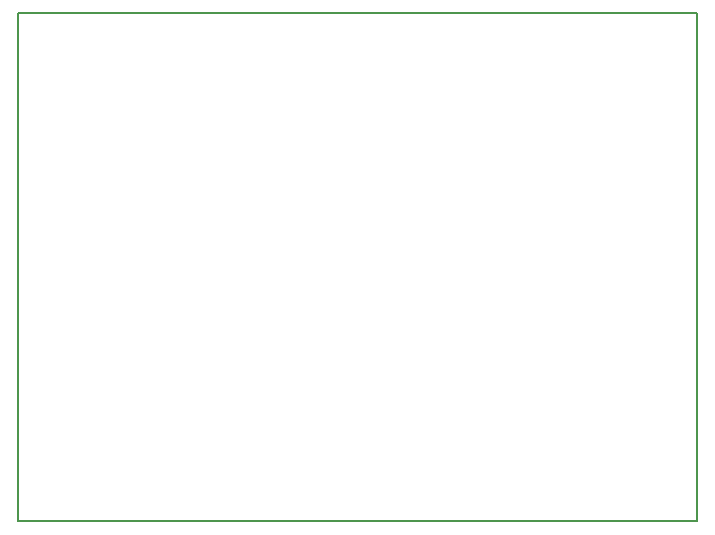
<source format=gbr>
G04 #@! TF.GenerationSoftware,KiCad,Pcbnew,(5.0.1)-4*
G04 #@! TF.CreationDate,2019-07-04T23:41:43-04:00*
G04 #@! TF.ProjectId,Receiver Board,526563656976657220426F6172642E6B,rev?*
G04 #@! TF.SameCoordinates,Original*
G04 #@! TF.FileFunction,Profile,NP*
%FSLAX46Y46*%
G04 Gerber Fmt 4.6, Leading zero omitted, Abs format (unit mm)*
G04 Created by KiCad (PCBNEW (5.0.1)-4) date 7/4/2019 11:41:43 PM*
%MOMM*%
%LPD*%
G01*
G04 APERTURE LIST*
%ADD10C,0.150000*%
G04 APERTURE END LIST*
D10*
X123500000Y-31500000D02*
X123500000Y-74500000D01*
X181000000Y-31500000D02*
X123500000Y-31500000D01*
X181000000Y-74500000D02*
X181000000Y-31500000D01*
X123500000Y-74500000D02*
X181000000Y-74500000D01*
M02*

</source>
